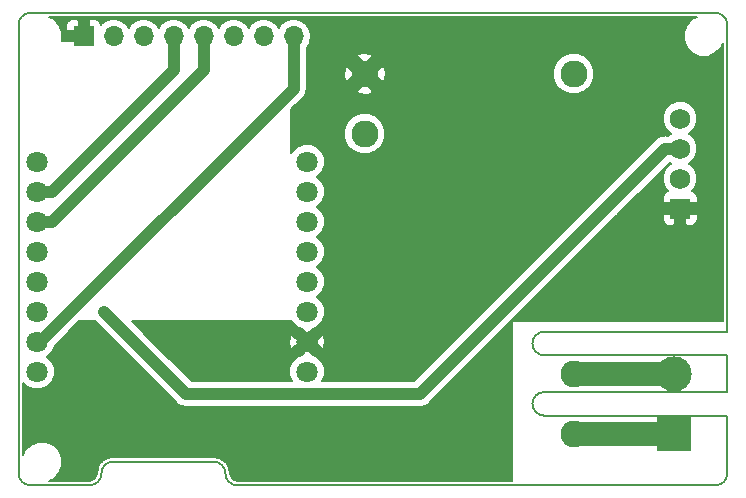
<source format=gbr>
G04 #@! TF.GenerationSoftware,KiCad,Pcbnew,(5.0.2)-1*
G04 #@! TF.CreationDate,2019-01-04T15:23:43-05:00*
G04 #@! TF.ProjectId,HASwitchPlate,48415377-6974-4636-9850-6c6174652e6b,rev?*
G04 #@! TF.SameCoordinates,Original*
G04 #@! TF.FileFunction,Copper,L2,Bot*
G04 #@! TF.FilePolarity,Positive*
%FSLAX46Y46*%
G04 Gerber Fmt 4.6, Leading zero omitted, Abs format (unit mm)*
G04 Created by KiCad (PCBNEW (5.0.2)-1) date 1/4/2019 3:23:43 PM*
%MOMM*%
%LPD*%
G01*
G04 APERTURE LIST*
G04 #@! TA.AperFunction,NonConductor*
%ADD10C,0.150000*%
G04 #@! TD*
G04 #@! TA.AperFunction,ComponentPad*
%ADD11C,1.750000*%
G04 #@! TD*
G04 #@! TA.AperFunction,ComponentPad*
%ADD12R,1.750000X1.750000*%
G04 #@! TD*
G04 #@! TA.AperFunction,ComponentPad*
%ADD13R,1.700000X1.700000*%
G04 #@! TD*
G04 #@! TA.AperFunction,ComponentPad*
%ADD14O,1.700000X1.700000*%
G04 #@! TD*
G04 #@! TA.AperFunction,ComponentPad*
%ADD15C,2.290000*%
G04 #@! TD*
G04 #@! TA.AperFunction,ComponentPad*
%ADD16C,1.800000*%
G04 #@! TD*
G04 #@! TA.AperFunction,ComponentPad*
%ADD17R,3.000000X3.000000*%
G04 #@! TD*
G04 #@! TA.AperFunction,ComponentPad*
%ADD18C,3.000000*%
G04 #@! TD*
G04 #@! TA.AperFunction,ViaPad*
%ADD19C,0.600000*%
G04 #@! TD*
G04 #@! TA.AperFunction,Conductor*
%ADD20C,2.000000*%
G04 #@! TD*
G04 #@! TA.AperFunction,Conductor*
%ADD21C,1.000000*%
G04 #@! TD*
G04 #@! TA.AperFunction,Conductor*
%ADD22C,0.200000*%
G04 #@! TD*
G04 APERTURE END LIST*
D10*
X160000000Y-101000000D02*
X160000000Y-127000000D01*
X160000000Y-132100000D02*
X160000000Y-129000000D01*
X143500000Y-128000000D02*
G75*
G03X144500000Y-129000000I1000000J0D01*
G01*
X144500000Y-127000000D02*
G75*
G03X143500000Y-128000000I0J-1000000D01*
G01*
X144500000Y-127000000D02*
X160000000Y-127000000D01*
X144500000Y-129000000D02*
X160000000Y-129000000D01*
X118500000Y-140000000D02*
X159000000Y-140000000D01*
X101000000Y-140000000D02*
X106000000Y-140000000D01*
X108000000Y-138000000D02*
X116500000Y-138000000D01*
X117500000Y-139000000D02*
G75*
G03X118500000Y-140000000I1000000J0D01*
G01*
X117500000Y-139000000D02*
G75*
G03X116500000Y-138000000I-1000000J0D01*
G01*
X107998255Y-138000002D02*
G75*
G03X107000000Y-139000000I1745J-999998D01*
G01*
X106000000Y-140000000D02*
G75*
G03X107000000Y-139000000I0J1000000D01*
G01*
X101000000Y-100000000D02*
G75*
G03X100000000Y-101000000I0J-1000000D01*
G01*
X100000000Y-139000000D02*
G75*
G03X101000000Y-140000000I1000000J0D01*
G01*
X159000000Y-140000000D02*
G75*
G03X160000000Y-139000000I0J1000000D01*
G01*
X160000000Y-101000000D02*
G75*
G03X159000000Y-100000000I-1000000J0D01*
G01*
X143500000Y-133100000D02*
G75*
G03X144500000Y-134100000I1000000J0D01*
G01*
X144500000Y-132100000D02*
G75*
G03X143500000Y-133100000I0J-1000000D01*
G01*
X160000000Y-134100000D02*
X160000000Y-139000000D01*
X144500000Y-134100000D02*
X160000000Y-134100000D01*
X144500000Y-132100000D02*
X160000000Y-132100000D01*
X101000000Y-100000000D02*
X159000000Y-100000000D01*
X100000000Y-101000000D02*
X100000000Y-139000000D01*
D11*
G04 #@! TO.P,J2,4*
G04 #@! TO.N,/+5V*
X156000000Y-108950000D03*
G04 #@! TO.P,J2,3*
G04 #@! TO.N,/LCD_TX*
X156000000Y-111490000D03*
G04 #@! TO.P,J2,2*
G04 #@! TO.N,/LCD_RX*
X156000000Y-114030000D03*
D12*
G04 #@! TO.P,J2,1*
G04 #@! TO.N,/GND*
X156000000Y-116570000D03*
G04 #@! TD*
D13*
G04 #@! TO.P,J3,1*
G04 #@! TO.N,/GND*
X105500000Y-102000000D03*
D14*
G04 #@! TO.P,J3,2*
G04 #@! TO.N,/+5V*
X108040000Y-102000000D03*
G04 #@! TO.P,J3,3*
G04 #@! TO.N,/+3.3V*
X110580000Y-102000000D03*
G04 #@! TO.P,J3,4*
G04 #@! TO.N,/A0*
X113120000Y-102000000D03*
G04 #@! TO.P,J3,5*
G04 #@! TO.N,/D0*
X115660000Y-102000000D03*
G04 #@! TO.P,J3,6*
G04 #@! TO.N,/D1*
X118200000Y-102000000D03*
G04 #@! TO.P,J3,7*
G04 #@! TO.N,/D2*
X120740000Y-102000000D03*
G04 #@! TO.P,J3,8*
G04 #@! TO.N,/D8_DBG*
X123280000Y-102000000D03*
G04 #@! TD*
D15*
G04 #@! TO.P,U1,5*
G04 #@! TO.N,N/C*
X147000000Y-105170000D03*
G04 #@! TO.P,U1,1*
G04 #@! TO.N,/AC_L*
X147000000Y-135650000D03*
G04 #@! TO.P,U1,2*
G04 #@! TO.N,/AC_N*
X147000000Y-130570000D03*
G04 #@! TO.P,U1,3*
G04 #@! TO.N,/+5V*
X129300000Y-110250000D03*
G04 #@! TO.P,U1,4*
G04 #@! TO.N,/GND*
X129300000Y-105170000D03*
G04 #@! TD*
D16*
G04 #@! TO.P,U2,16*
G04 #@! TO.N,/+3.3V*
X101570000Y-130390000D03*
G04 #@! TO.P,U2,1*
G04 #@! TO.N,/+5V*
X124430000Y-130390000D03*
G04 #@! TO.P,U2,15*
G04 #@! TO.N,/D8_DBG*
X101570000Y-127850000D03*
G04 #@! TO.P,U2,2*
G04 #@! TO.N,/GND*
X124430000Y-127850000D03*
G04 #@! TO.P,U2,14*
G04 #@! TO.N,/LCD_TX*
X101570000Y-125310000D03*
G04 #@! TO.P,U2,3*
G04 #@! TO.N,/LCD_RX*
X124430000Y-125310000D03*
G04 #@! TO.P,U2,13*
G04 #@! TO.N,N/C*
X101570000Y-122770000D03*
G04 #@! TO.P,U2,4*
X124430000Y-122770000D03*
G04 #@! TO.P,U2,12*
X101570000Y-120230000D03*
G04 #@! TO.P,U2,5*
G04 #@! TO.N,/D2*
X124430000Y-120230000D03*
G04 #@! TO.P,U2,11*
G04 #@! TO.N,/D0*
X101570000Y-117690000D03*
G04 #@! TO.P,U2,6*
G04 #@! TO.N,/D1*
X124430000Y-117690000D03*
G04 #@! TO.P,U2,10*
G04 #@! TO.N,/A0*
X101570000Y-115150000D03*
G04 #@! TO.P,U2,7*
G04 #@! TO.N,N/C*
X124430000Y-115150000D03*
G04 #@! TO.P,U2,9*
X101570000Y-112610000D03*
G04 #@! TO.P,U2,8*
X124430000Y-112610000D03*
G04 #@! TD*
D17*
G04 #@! TO.P,J1,1*
G04 #@! TO.N,/AC_L*
X155500000Y-135650000D03*
D18*
G04 #@! TO.P,J1,2*
G04 #@! TO.N,/AC_N*
X155500000Y-130570000D03*
G04 #@! TD*
D19*
G04 #@! TO.N,/LCD_TX*
X107200000Y-125300000D03*
G04 #@! TD*
D20*
G04 #@! TO.N,/AC_L*
X147000000Y-135650000D02*
X155500000Y-135650000D01*
D21*
G04 #@! TO.N,/LCD_TX*
X107200000Y-125300000D02*
X114190001Y-132290001D01*
X114190001Y-132290001D02*
X133962563Y-132290001D01*
X133962563Y-132290001D02*
X154762564Y-111490000D01*
X154762564Y-111490000D02*
X156000000Y-111490000D01*
D20*
G04 #@! TO.N,/AC_N*
X147000000Y-130570000D02*
X155500000Y-130570000D01*
D21*
G04 #@! TO.N,/A0*
X101570000Y-115150000D02*
X102842792Y-115150000D01*
X113120000Y-104872792D02*
X113120000Y-103202081D01*
X102842792Y-115150000D02*
X113120000Y-104872792D01*
X113120000Y-103202081D02*
X113120000Y-102000000D01*
G04 #@! TO.N,/D0*
X101570000Y-117690000D02*
X102842792Y-117690000D01*
X115660000Y-104872792D02*
X115660000Y-103202081D01*
X102842792Y-117690000D02*
X115660000Y-104872792D01*
X115660000Y-103202081D02*
X115660000Y-102000000D01*
G04 #@! TO.N,/D8_DBG*
X101570000Y-127850000D02*
X101842002Y-127850000D01*
X101842002Y-127850000D02*
X123280000Y-106412002D01*
X123280000Y-106412002D02*
X123280000Y-103202081D01*
X123280000Y-103202081D02*
X123280000Y-102000000D01*
G04 #@! TD*
D22*
G04 #@! TO.N,/GND*
G36*
X157037027Y-100558810D02*
X156558810Y-101037027D01*
X156300000Y-101661849D01*
X156300000Y-102338151D01*
X156558810Y-102962973D01*
X157037027Y-103441190D01*
X157661849Y-103700000D01*
X158338151Y-103700000D01*
X158962973Y-103441190D01*
X159441190Y-102962973D01*
X159605000Y-102567501D01*
X159605001Y-126062000D01*
X141910000Y-126062000D01*
X141871732Y-126069612D01*
X141839289Y-126091289D01*
X141817612Y-126123732D01*
X141810000Y-126162000D01*
X141810000Y-139605000D01*
X118538902Y-139605000D01*
X118271440Y-139551799D01*
X118077671Y-139422327D01*
X117948201Y-139228561D01*
X117887410Y-138922940D01*
X117887410Y-138922939D01*
X117811290Y-138540257D01*
X117779537Y-138463597D01*
X117752310Y-138397867D01*
X117535538Y-138073443D01*
X117481047Y-138018953D01*
X117426557Y-137964462D01*
X117102133Y-137747689D01*
X116959743Y-137688710D01*
X116577060Y-137612590D01*
X116577058Y-137612590D01*
X116538901Y-137605000D01*
X107961099Y-137605000D01*
X107922603Y-137612657D01*
X107920857Y-137612659D01*
X107539919Y-137688777D01*
X107468722Y-137718341D01*
X107397867Y-137747690D01*
X107073443Y-137964462D01*
X107018953Y-138018953D01*
X106964462Y-138073443D01*
X106747689Y-138397867D01*
X106700272Y-138512343D01*
X106688710Y-138540257D01*
X106612590Y-138922939D01*
X106612590Y-138922940D01*
X106551799Y-139228560D01*
X106422327Y-139422329D01*
X106228561Y-139551799D01*
X105961098Y-139605000D01*
X102567501Y-139605000D01*
X102962973Y-139441190D01*
X103441190Y-138962973D01*
X103700000Y-138338151D01*
X103700000Y-137661849D01*
X103441190Y-137037027D01*
X102962973Y-136558810D01*
X102338151Y-136300000D01*
X101661849Y-136300000D01*
X101037027Y-136558810D01*
X100558810Y-137037027D01*
X100395000Y-137432499D01*
X100395000Y-131336321D01*
X100720318Y-131661639D01*
X101271631Y-131890000D01*
X101868369Y-131890000D01*
X102419682Y-131661639D01*
X102841639Y-131239682D01*
X103070000Y-130688369D01*
X103070000Y-130091631D01*
X102841639Y-129540318D01*
X102421321Y-129120000D01*
X102841639Y-128699682D01*
X103049305Y-128198331D01*
X105147636Y-126100000D01*
X106444366Y-126100000D01*
X113335575Y-132991210D01*
X113396945Y-133083057D01*
X113666598Y-133263233D01*
X113760802Y-133326178D01*
X114190000Y-133411551D01*
X114298339Y-133390001D01*
X133854224Y-133390001D01*
X133962563Y-133411551D01*
X134070902Y-133390001D01*
X134391762Y-133326178D01*
X134755619Y-133083057D01*
X134816991Y-132991207D01*
X150648698Y-117159500D01*
X154517000Y-117159500D01*
X154517000Y-117565939D01*
X154609563Y-117789405D01*
X154780596Y-117960438D01*
X155004062Y-118053000D01*
X155410500Y-118053000D01*
X155562500Y-117901000D01*
X155562500Y-117007500D01*
X156437500Y-117007500D01*
X156437500Y-117901000D01*
X156589500Y-118053000D01*
X156995938Y-118053000D01*
X157219404Y-117960438D01*
X157390437Y-117789405D01*
X157483000Y-117565939D01*
X157483000Y-117159500D01*
X157331000Y-117007500D01*
X156437500Y-117007500D01*
X155562500Y-117007500D01*
X154669000Y-117007500D01*
X154517000Y-117159500D01*
X150648698Y-117159500D01*
X155116117Y-112692082D01*
X155164480Y-112740445D01*
X155211690Y-112760000D01*
X155164480Y-112779555D01*
X154749555Y-113194480D01*
X154525000Y-113736604D01*
X154525000Y-114323396D01*
X154749555Y-114865520D01*
X154980708Y-115096673D01*
X154780596Y-115179562D01*
X154609563Y-115350595D01*
X154517000Y-115574061D01*
X154517000Y-115980500D01*
X154669000Y-116132500D01*
X155562500Y-116132500D01*
X155562500Y-115900000D01*
X156437500Y-115900000D01*
X156437500Y-116132500D01*
X157331000Y-116132500D01*
X157483000Y-115980500D01*
X157483000Y-115574061D01*
X157390437Y-115350595D01*
X157219404Y-115179562D01*
X157019292Y-115096673D01*
X157250445Y-114865520D01*
X157475000Y-114323396D01*
X157475000Y-113736604D01*
X157250445Y-113194480D01*
X156835520Y-112779555D01*
X156788310Y-112760000D01*
X156835520Y-112740445D01*
X157250445Y-112325520D01*
X157475000Y-111783396D01*
X157475000Y-111196604D01*
X157250445Y-110654480D01*
X156835520Y-110239555D01*
X156788310Y-110220000D01*
X156835520Y-110200445D01*
X157250445Y-109785520D01*
X157475000Y-109243396D01*
X157475000Y-108656604D01*
X157250445Y-108114480D01*
X156835520Y-107699555D01*
X156293396Y-107475000D01*
X155706604Y-107475000D01*
X155164480Y-107699555D01*
X154749555Y-108114480D01*
X154525000Y-108656604D01*
X154525000Y-109243396D01*
X154749555Y-109785520D01*
X155164480Y-110200445D01*
X155211690Y-110220000D01*
X155164480Y-110239555D01*
X155014035Y-110390000D01*
X154870903Y-110390000D01*
X154762564Y-110368450D01*
X154654225Y-110390000D01*
X154333365Y-110453823D01*
X153969508Y-110696944D01*
X153908138Y-110788791D01*
X133506929Y-131190001D01*
X125722218Y-131190001D01*
X125930000Y-130688369D01*
X125930000Y-130091631D01*
X125701639Y-129540318D01*
X125279682Y-129118361D01*
X124908016Y-128964412D01*
X124430000Y-128486396D01*
X123951984Y-128964412D01*
X123580318Y-129118361D01*
X123158361Y-129540318D01*
X122930000Y-130091631D01*
X122930000Y-130688369D01*
X123137782Y-131190001D01*
X114645636Y-131190001D01*
X111399986Y-127944351D01*
X122895355Y-127944351D01*
X122976066Y-128350115D01*
X123185187Y-128458417D01*
X123793604Y-127850000D01*
X125066396Y-127850000D01*
X125674813Y-128458417D01*
X125883934Y-128350115D01*
X125964645Y-127755649D01*
X125883934Y-127349885D01*
X125674813Y-127241583D01*
X125066396Y-127850000D01*
X123793604Y-127850000D01*
X123185187Y-127241583D01*
X122976066Y-127349885D01*
X122895355Y-127944351D01*
X111399986Y-127944351D01*
X109555634Y-126100000D01*
X123000000Y-126100000D01*
X123038268Y-126092388D01*
X123070711Y-126070711D01*
X123092388Y-126038268D01*
X123097476Y-126012691D01*
X123158361Y-126159682D01*
X123580318Y-126581639D01*
X123951984Y-126735588D01*
X124430000Y-127213604D01*
X124908016Y-126735588D01*
X125279682Y-126581639D01*
X125701639Y-126159682D01*
X125930000Y-125608369D01*
X125930000Y-125011631D01*
X125701639Y-124460318D01*
X125281321Y-124040000D01*
X125701639Y-123619682D01*
X125930000Y-123068369D01*
X125930000Y-122471631D01*
X125701639Y-121920318D01*
X125281321Y-121500000D01*
X125701639Y-121079682D01*
X125930000Y-120528369D01*
X125930000Y-119931631D01*
X125701639Y-119380318D01*
X125281321Y-118960000D01*
X125701639Y-118539682D01*
X125930000Y-117988369D01*
X125930000Y-117391631D01*
X125701639Y-116840318D01*
X125281321Y-116420000D01*
X125701639Y-115999682D01*
X125930000Y-115448369D01*
X125930000Y-114851631D01*
X125701639Y-114300318D01*
X125281321Y-113880000D01*
X125701639Y-113459682D01*
X125930000Y-112908369D01*
X125930000Y-112311631D01*
X125701639Y-111760318D01*
X125279682Y-111338361D01*
X124728369Y-111110000D01*
X124131631Y-111110000D01*
X123580318Y-111338361D01*
X123158361Y-111760318D01*
X123100000Y-111901214D01*
X123100000Y-109902898D01*
X127555000Y-109902898D01*
X127555000Y-110597102D01*
X127820660Y-111238463D01*
X128311537Y-111729340D01*
X128952898Y-111995000D01*
X129647102Y-111995000D01*
X130288463Y-111729340D01*
X130779340Y-111238463D01*
X131045000Y-110597102D01*
X131045000Y-109902898D01*
X130779340Y-109261537D01*
X130288463Y-108770660D01*
X129647102Y-108505000D01*
X128952898Y-108505000D01*
X128311537Y-108770660D01*
X127820660Y-109261537D01*
X127555000Y-109902898D01*
X123100000Y-109902898D01*
X123100000Y-108147637D01*
X123981209Y-107266428D01*
X124073056Y-107205058D01*
X124316177Y-106841201D01*
X124352616Y-106658007D01*
X128621631Y-106658007D01*
X128767940Y-106876313D01*
X129461418Y-106950038D01*
X129832060Y-106876313D01*
X129978369Y-106658007D01*
X129300000Y-105979637D01*
X128621631Y-106658007D01*
X124352616Y-106658007D01*
X124380000Y-106520341D01*
X124380000Y-106520340D01*
X124401550Y-106412002D01*
X124380000Y-106303663D01*
X124380000Y-105331418D01*
X127519962Y-105331418D01*
X127593687Y-105702060D01*
X127811993Y-105848369D01*
X128490363Y-105170000D01*
X130109637Y-105170000D01*
X130788007Y-105848369D01*
X131006313Y-105702060D01*
X131080038Y-105008582D01*
X131043104Y-104822898D01*
X145255000Y-104822898D01*
X145255000Y-105517102D01*
X145520660Y-106158463D01*
X146011537Y-106649340D01*
X146652898Y-106915000D01*
X147347102Y-106915000D01*
X147988463Y-106649340D01*
X148479340Y-106158463D01*
X148745000Y-105517102D01*
X148745000Y-104822898D01*
X148479340Y-104181537D01*
X147988463Y-103690660D01*
X147347102Y-103425000D01*
X146652898Y-103425000D01*
X146011537Y-103690660D01*
X145520660Y-104181537D01*
X145255000Y-104822898D01*
X131043104Y-104822898D01*
X131006313Y-104637940D01*
X130788007Y-104491631D01*
X130109637Y-105170000D01*
X128490363Y-105170000D01*
X127811993Y-104491631D01*
X127593687Y-104637940D01*
X127519962Y-105331418D01*
X124380000Y-105331418D01*
X124380000Y-103681993D01*
X128621631Y-103681993D01*
X129300000Y-104360363D01*
X129978369Y-103681993D01*
X129832060Y-103463687D01*
X129138582Y-103389962D01*
X128767940Y-103463687D01*
X128621631Y-103681993D01*
X124380000Y-103681993D01*
X124380000Y-102963665D01*
X124645870Y-102565762D01*
X124758407Y-102000000D01*
X124645870Y-101434238D01*
X124325392Y-100954608D01*
X123845762Y-100634130D01*
X123422812Y-100550000D01*
X123137188Y-100550000D01*
X122714238Y-100634130D01*
X122234608Y-100954608D01*
X122010000Y-101290758D01*
X121785392Y-100954608D01*
X121305762Y-100634130D01*
X120882812Y-100550000D01*
X120597188Y-100550000D01*
X120174238Y-100634130D01*
X119694608Y-100954608D01*
X119470000Y-101290758D01*
X119245392Y-100954608D01*
X118765762Y-100634130D01*
X118342812Y-100550000D01*
X118057188Y-100550000D01*
X117634238Y-100634130D01*
X117154608Y-100954608D01*
X116930000Y-101290758D01*
X116705392Y-100954608D01*
X116225762Y-100634130D01*
X115802812Y-100550000D01*
X115517188Y-100550000D01*
X115094238Y-100634130D01*
X114614608Y-100954608D01*
X114390000Y-101290758D01*
X114165392Y-100954608D01*
X113685762Y-100634130D01*
X113262812Y-100550000D01*
X112977188Y-100550000D01*
X112554238Y-100634130D01*
X112074608Y-100954608D01*
X111850000Y-101290758D01*
X111625392Y-100954608D01*
X111145762Y-100634130D01*
X110722812Y-100550000D01*
X110437188Y-100550000D01*
X110014238Y-100634130D01*
X109534608Y-100954608D01*
X109310000Y-101290758D01*
X109085392Y-100954608D01*
X108605762Y-100634130D01*
X108182812Y-100550000D01*
X107897188Y-100550000D01*
X107474238Y-100634130D01*
X106994608Y-100954608D01*
X106952972Y-101016921D01*
X106865437Y-100805595D01*
X106694404Y-100634562D01*
X106470938Y-100542000D01*
X106077000Y-100542000D01*
X105925000Y-100694000D01*
X105925000Y-101575000D01*
X106170000Y-101575000D01*
X106170000Y-102400000D01*
X103674381Y-102400000D01*
X103700000Y-102338151D01*
X103700000Y-101661849D01*
X103441190Y-101037027D01*
X103433224Y-101029061D01*
X104042000Y-101029061D01*
X104042000Y-101423000D01*
X104194000Y-101575000D01*
X105075000Y-101575000D01*
X105075000Y-100694000D01*
X104923000Y-100542000D01*
X104529062Y-100542000D01*
X104305596Y-100634562D01*
X104134563Y-100805595D01*
X104042000Y-101029061D01*
X103433224Y-101029061D01*
X102962973Y-100558810D01*
X102567501Y-100395000D01*
X157432499Y-100395000D01*
X157037027Y-100558810D01*
X157037027Y-100558810D01*
G37*
X157037027Y-100558810D02*
X156558810Y-101037027D01*
X156300000Y-101661849D01*
X156300000Y-102338151D01*
X156558810Y-102962973D01*
X157037027Y-103441190D01*
X157661849Y-103700000D01*
X158338151Y-103700000D01*
X158962973Y-103441190D01*
X159441190Y-102962973D01*
X159605000Y-102567501D01*
X159605001Y-126062000D01*
X141910000Y-126062000D01*
X141871732Y-126069612D01*
X141839289Y-126091289D01*
X141817612Y-126123732D01*
X141810000Y-126162000D01*
X141810000Y-139605000D01*
X118538902Y-139605000D01*
X118271440Y-139551799D01*
X118077671Y-139422327D01*
X117948201Y-139228561D01*
X117887410Y-138922940D01*
X117887410Y-138922939D01*
X117811290Y-138540257D01*
X117779537Y-138463597D01*
X117752310Y-138397867D01*
X117535538Y-138073443D01*
X117481047Y-138018953D01*
X117426557Y-137964462D01*
X117102133Y-137747689D01*
X116959743Y-137688710D01*
X116577060Y-137612590D01*
X116577058Y-137612590D01*
X116538901Y-137605000D01*
X107961099Y-137605000D01*
X107922603Y-137612657D01*
X107920857Y-137612659D01*
X107539919Y-137688777D01*
X107468722Y-137718341D01*
X107397867Y-137747690D01*
X107073443Y-137964462D01*
X107018953Y-138018953D01*
X106964462Y-138073443D01*
X106747689Y-138397867D01*
X106700272Y-138512343D01*
X106688710Y-138540257D01*
X106612590Y-138922939D01*
X106612590Y-138922940D01*
X106551799Y-139228560D01*
X106422327Y-139422329D01*
X106228561Y-139551799D01*
X105961098Y-139605000D01*
X102567501Y-139605000D01*
X102962973Y-139441190D01*
X103441190Y-138962973D01*
X103700000Y-138338151D01*
X103700000Y-137661849D01*
X103441190Y-137037027D01*
X102962973Y-136558810D01*
X102338151Y-136300000D01*
X101661849Y-136300000D01*
X101037027Y-136558810D01*
X100558810Y-137037027D01*
X100395000Y-137432499D01*
X100395000Y-131336321D01*
X100720318Y-131661639D01*
X101271631Y-131890000D01*
X101868369Y-131890000D01*
X102419682Y-131661639D01*
X102841639Y-131239682D01*
X103070000Y-130688369D01*
X103070000Y-130091631D01*
X102841639Y-129540318D01*
X102421321Y-129120000D01*
X102841639Y-128699682D01*
X103049305Y-128198331D01*
X105147636Y-126100000D01*
X106444366Y-126100000D01*
X113335575Y-132991210D01*
X113396945Y-133083057D01*
X113666598Y-133263233D01*
X113760802Y-133326178D01*
X114190000Y-133411551D01*
X114298339Y-133390001D01*
X133854224Y-133390001D01*
X133962563Y-133411551D01*
X134070902Y-133390001D01*
X134391762Y-133326178D01*
X134755619Y-133083057D01*
X134816991Y-132991207D01*
X150648698Y-117159500D01*
X154517000Y-117159500D01*
X154517000Y-117565939D01*
X154609563Y-117789405D01*
X154780596Y-117960438D01*
X155004062Y-118053000D01*
X155410500Y-118053000D01*
X155562500Y-117901000D01*
X155562500Y-117007500D01*
X156437500Y-117007500D01*
X156437500Y-117901000D01*
X156589500Y-118053000D01*
X156995938Y-118053000D01*
X157219404Y-117960438D01*
X157390437Y-117789405D01*
X157483000Y-117565939D01*
X157483000Y-117159500D01*
X157331000Y-117007500D01*
X156437500Y-117007500D01*
X155562500Y-117007500D01*
X154669000Y-117007500D01*
X154517000Y-117159500D01*
X150648698Y-117159500D01*
X155116117Y-112692082D01*
X155164480Y-112740445D01*
X155211690Y-112760000D01*
X155164480Y-112779555D01*
X154749555Y-113194480D01*
X154525000Y-113736604D01*
X154525000Y-114323396D01*
X154749555Y-114865520D01*
X154980708Y-115096673D01*
X154780596Y-115179562D01*
X154609563Y-115350595D01*
X154517000Y-115574061D01*
X154517000Y-115980500D01*
X154669000Y-116132500D01*
X155562500Y-116132500D01*
X155562500Y-115900000D01*
X156437500Y-115900000D01*
X156437500Y-116132500D01*
X157331000Y-116132500D01*
X157483000Y-115980500D01*
X157483000Y-115574061D01*
X157390437Y-115350595D01*
X157219404Y-115179562D01*
X157019292Y-115096673D01*
X157250445Y-114865520D01*
X157475000Y-114323396D01*
X157475000Y-113736604D01*
X157250445Y-113194480D01*
X156835520Y-112779555D01*
X156788310Y-112760000D01*
X156835520Y-112740445D01*
X157250445Y-112325520D01*
X157475000Y-111783396D01*
X157475000Y-111196604D01*
X157250445Y-110654480D01*
X156835520Y-110239555D01*
X156788310Y-110220000D01*
X156835520Y-110200445D01*
X157250445Y-109785520D01*
X157475000Y-109243396D01*
X157475000Y-108656604D01*
X157250445Y-108114480D01*
X156835520Y-107699555D01*
X156293396Y-107475000D01*
X155706604Y-107475000D01*
X155164480Y-107699555D01*
X154749555Y-108114480D01*
X154525000Y-108656604D01*
X154525000Y-109243396D01*
X154749555Y-109785520D01*
X155164480Y-110200445D01*
X155211690Y-110220000D01*
X155164480Y-110239555D01*
X155014035Y-110390000D01*
X154870903Y-110390000D01*
X154762564Y-110368450D01*
X154654225Y-110390000D01*
X154333365Y-110453823D01*
X153969508Y-110696944D01*
X153908138Y-110788791D01*
X133506929Y-131190001D01*
X125722218Y-131190001D01*
X125930000Y-130688369D01*
X125930000Y-130091631D01*
X125701639Y-129540318D01*
X125279682Y-129118361D01*
X124908016Y-128964412D01*
X124430000Y-128486396D01*
X123951984Y-128964412D01*
X123580318Y-129118361D01*
X123158361Y-129540318D01*
X122930000Y-130091631D01*
X122930000Y-130688369D01*
X123137782Y-131190001D01*
X114645636Y-131190001D01*
X111399986Y-127944351D01*
X122895355Y-127944351D01*
X122976066Y-128350115D01*
X123185187Y-128458417D01*
X123793604Y-127850000D01*
X125066396Y-127850000D01*
X125674813Y-128458417D01*
X125883934Y-128350115D01*
X125964645Y-127755649D01*
X125883934Y-127349885D01*
X125674813Y-127241583D01*
X125066396Y-127850000D01*
X123793604Y-127850000D01*
X123185187Y-127241583D01*
X122976066Y-127349885D01*
X122895355Y-127944351D01*
X111399986Y-127944351D01*
X109555634Y-126100000D01*
X123000000Y-126100000D01*
X123038268Y-126092388D01*
X123070711Y-126070711D01*
X123092388Y-126038268D01*
X123097476Y-126012691D01*
X123158361Y-126159682D01*
X123580318Y-126581639D01*
X123951984Y-126735588D01*
X124430000Y-127213604D01*
X124908016Y-126735588D01*
X125279682Y-126581639D01*
X125701639Y-126159682D01*
X125930000Y-125608369D01*
X125930000Y-125011631D01*
X125701639Y-124460318D01*
X125281321Y-124040000D01*
X125701639Y-123619682D01*
X125930000Y-123068369D01*
X125930000Y-122471631D01*
X125701639Y-121920318D01*
X125281321Y-121500000D01*
X125701639Y-121079682D01*
X125930000Y-120528369D01*
X125930000Y-119931631D01*
X125701639Y-119380318D01*
X125281321Y-118960000D01*
X125701639Y-118539682D01*
X125930000Y-117988369D01*
X125930000Y-117391631D01*
X125701639Y-116840318D01*
X125281321Y-116420000D01*
X125701639Y-115999682D01*
X125930000Y-115448369D01*
X125930000Y-114851631D01*
X125701639Y-114300318D01*
X125281321Y-113880000D01*
X125701639Y-113459682D01*
X125930000Y-112908369D01*
X125930000Y-112311631D01*
X125701639Y-111760318D01*
X125279682Y-111338361D01*
X124728369Y-111110000D01*
X124131631Y-111110000D01*
X123580318Y-111338361D01*
X123158361Y-111760318D01*
X123100000Y-111901214D01*
X123100000Y-109902898D01*
X127555000Y-109902898D01*
X127555000Y-110597102D01*
X127820660Y-111238463D01*
X128311537Y-111729340D01*
X128952898Y-111995000D01*
X129647102Y-111995000D01*
X130288463Y-111729340D01*
X130779340Y-111238463D01*
X131045000Y-110597102D01*
X131045000Y-109902898D01*
X130779340Y-109261537D01*
X130288463Y-108770660D01*
X129647102Y-108505000D01*
X128952898Y-108505000D01*
X128311537Y-108770660D01*
X127820660Y-109261537D01*
X127555000Y-109902898D01*
X123100000Y-109902898D01*
X123100000Y-108147637D01*
X123981209Y-107266428D01*
X124073056Y-107205058D01*
X124316177Y-106841201D01*
X124352616Y-106658007D01*
X128621631Y-106658007D01*
X128767940Y-106876313D01*
X129461418Y-106950038D01*
X129832060Y-106876313D01*
X129978369Y-106658007D01*
X129300000Y-105979637D01*
X128621631Y-106658007D01*
X124352616Y-106658007D01*
X124380000Y-106520341D01*
X124380000Y-106520340D01*
X124401550Y-106412002D01*
X124380000Y-106303663D01*
X124380000Y-105331418D01*
X127519962Y-105331418D01*
X127593687Y-105702060D01*
X127811993Y-105848369D01*
X128490363Y-105170000D01*
X130109637Y-105170000D01*
X130788007Y-105848369D01*
X131006313Y-105702060D01*
X131080038Y-105008582D01*
X131043104Y-104822898D01*
X145255000Y-104822898D01*
X145255000Y-105517102D01*
X145520660Y-106158463D01*
X146011537Y-106649340D01*
X146652898Y-106915000D01*
X147347102Y-106915000D01*
X147988463Y-106649340D01*
X148479340Y-106158463D01*
X148745000Y-105517102D01*
X148745000Y-104822898D01*
X148479340Y-104181537D01*
X147988463Y-103690660D01*
X147347102Y-103425000D01*
X146652898Y-103425000D01*
X146011537Y-103690660D01*
X145520660Y-104181537D01*
X145255000Y-104822898D01*
X131043104Y-104822898D01*
X131006313Y-104637940D01*
X130788007Y-104491631D01*
X130109637Y-105170000D01*
X128490363Y-105170000D01*
X127811993Y-104491631D01*
X127593687Y-104637940D01*
X127519962Y-105331418D01*
X124380000Y-105331418D01*
X124380000Y-103681993D01*
X128621631Y-103681993D01*
X129300000Y-104360363D01*
X129978369Y-103681993D01*
X129832060Y-103463687D01*
X129138582Y-103389962D01*
X128767940Y-103463687D01*
X128621631Y-103681993D01*
X124380000Y-103681993D01*
X124380000Y-102963665D01*
X124645870Y-102565762D01*
X124758407Y-102000000D01*
X124645870Y-101434238D01*
X124325392Y-100954608D01*
X123845762Y-100634130D01*
X123422812Y-100550000D01*
X123137188Y-100550000D01*
X122714238Y-100634130D01*
X122234608Y-100954608D01*
X122010000Y-101290758D01*
X121785392Y-100954608D01*
X121305762Y-100634130D01*
X120882812Y-100550000D01*
X120597188Y-100550000D01*
X120174238Y-100634130D01*
X119694608Y-100954608D01*
X119470000Y-101290758D01*
X119245392Y-100954608D01*
X118765762Y-100634130D01*
X118342812Y-100550000D01*
X118057188Y-100550000D01*
X117634238Y-100634130D01*
X117154608Y-100954608D01*
X116930000Y-101290758D01*
X116705392Y-100954608D01*
X116225762Y-100634130D01*
X115802812Y-100550000D01*
X115517188Y-100550000D01*
X115094238Y-100634130D01*
X114614608Y-100954608D01*
X114390000Y-101290758D01*
X114165392Y-100954608D01*
X113685762Y-100634130D01*
X113262812Y-100550000D01*
X112977188Y-100550000D01*
X112554238Y-100634130D01*
X112074608Y-100954608D01*
X111850000Y-101290758D01*
X111625392Y-100954608D01*
X111145762Y-100634130D01*
X110722812Y-100550000D01*
X110437188Y-100550000D01*
X110014238Y-100634130D01*
X109534608Y-100954608D01*
X109310000Y-101290758D01*
X109085392Y-100954608D01*
X108605762Y-100634130D01*
X108182812Y-100550000D01*
X107897188Y-100550000D01*
X107474238Y-100634130D01*
X106994608Y-100954608D01*
X106952972Y-101016921D01*
X106865437Y-100805595D01*
X106694404Y-100634562D01*
X106470938Y-100542000D01*
X106077000Y-100542000D01*
X105925000Y-100694000D01*
X105925000Y-101575000D01*
X106170000Y-101575000D01*
X106170000Y-102400000D01*
X103674381Y-102400000D01*
X103700000Y-102338151D01*
X103700000Y-101661849D01*
X103441190Y-101037027D01*
X103433224Y-101029061D01*
X104042000Y-101029061D01*
X104042000Y-101423000D01*
X104194000Y-101575000D01*
X105075000Y-101575000D01*
X105075000Y-100694000D01*
X104923000Y-100542000D01*
X104529062Y-100542000D01*
X104305596Y-100634562D01*
X104134563Y-100805595D01*
X104042000Y-101029061D01*
X103433224Y-101029061D01*
X102962973Y-100558810D01*
X102567501Y-100395000D01*
X157432499Y-100395000D01*
X157037027Y-100558810D01*
G04 #@! TD*
M02*

</source>
